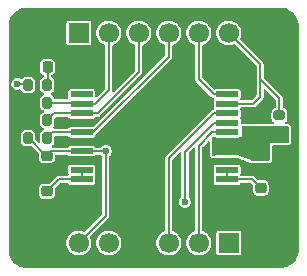
<source format=gbr>
%TF.GenerationSoftware,KiCad,Pcbnew,9.0.1*%
%TF.CreationDate,2025-06-14T19:14:14-04:00*%
%TF.ProjectId,SCH16TBreakout,53434831-3654-4427-9265-616b6f75742e,rev?*%
%TF.SameCoordinates,Original*%
%TF.FileFunction,Copper,L1,Top*%
%TF.FilePolarity,Positive*%
%FSLAX46Y46*%
G04 Gerber Fmt 4.6, Leading zero omitted, Abs format (unit mm)*
G04 Created by KiCad (PCBNEW 9.0.1) date 2025-06-14 19:14:14*
%MOMM*%
%LPD*%
G01*
G04 APERTURE LIST*
G04 Aperture macros list*
%AMRoundRect*
0 Rectangle with rounded corners*
0 $1 Rounding radius*
0 $2 $3 $4 $5 $6 $7 $8 $9 X,Y pos of 4 corners*
0 Add a 4 corners polygon primitive as box body*
4,1,4,$2,$3,$4,$5,$6,$7,$8,$9,$2,$3,0*
0 Add four circle primitives for the rounded corners*
1,1,$1+$1,$2,$3*
1,1,$1+$1,$4,$5*
1,1,$1+$1,$6,$7*
1,1,$1+$1,$8,$9*
0 Add four rect primitives between the rounded corners*
20,1,$1+$1,$2,$3,$4,$5,0*
20,1,$1+$1,$4,$5,$6,$7,0*
20,1,$1+$1,$6,$7,$8,$9,0*
20,1,$1+$1,$8,$9,$2,$3,0*%
G04 Aperture macros list end*
%TA.AperFunction,SMDPad,CuDef*%
%ADD10RoundRect,0.200000X-0.200000X-0.275000X0.200000X-0.275000X0.200000X0.275000X-0.200000X0.275000X0*%
%TD*%
%TA.AperFunction,SMDPad,CuDef*%
%ADD11RoundRect,0.200000X0.200000X0.275000X-0.200000X0.275000X-0.200000X-0.275000X0.200000X-0.275000X0*%
%TD*%
%TA.AperFunction,ComponentPad*%
%ADD12C,3.500000*%
%TD*%
%TA.AperFunction,ComponentPad*%
%ADD13R,1.700000X1.700000*%
%TD*%
%TA.AperFunction,ComponentPad*%
%ADD14C,1.700000*%
%TD*%
%TA.AperFunction,SMDPad,CuDef*%
%ADD15RoundRect,0.225000X-0.250000X0.225000X-0.250000X-0.225000X0.250000X-0.225000X0.250000X0.225000X0*%
%TD*%
%TA.AperFunction,SMDPad,CuDef*%
%ADD16RoundRect,0.200000X0.275000X-0.200000X0.275000X0.200000X-0.275000X0.200000X-0.275000X-0.200000X0*%
%TD*%
%TA.AperFunction,SMDPad,CuDef*%
%ADD17RoundRect,0.225000X0.250000X-0.225000X0.250000X0.225000X-0.250000X0.225000X-0.250000X-0.225000X0*%
%TD*%
%TA.AperFunction,SMDPad,CuDef*%
%ADD18RoundRect,0.218750X-0.218750X-0.256250X0.218750X-0.256250X0.218750X0.256250X-0.218750X0.256250X0*%
%TD*%
%TA.AperFunction,SMDPad,CuDef*%
%ADD19R,1.870000X0.500000*%
%TD*%
%TA.AperFunction,ViaPad*%
%ADD20C,0.600000*%
%TD*%
%TA.AperFunction,Conductor*%
%ADD21C,0.200000*%
%TD*%
G04 APERTURE END LIST*
D10*
%TO.P,R5,1*%
%TO.N,+3V3*%
X24900000Y-55200000D03*
%TO.P,R5,2*%
%TO.N,Net-(D1-A)*%
X26550000Y-55200000D03*
%TD*%
D11*
%TO.P,R4,1*%
%TO.N,/TA9*%
X26550000Y-56700000D03*
%TO.P,R4,2*%
%TO.N,GND*%
X24900000Y-56700000D03*
%TD*%
D12*
%TO.P,H3,1,1*%
%TO.N,GND*%
X45720000Y-50800000D03*
%TD*%
%TO.P,H2,1,1*%
%TO.N,GND*%
X45720000Y-68580000D03*
%TD*%
D10*
%TO.P,R2,1*%
%TO.N,+3V3*%
X24900000Y-59700000D03*
%TO.P,R2,2*%
%TO.N,/RST*%
X26550000Y-59700000D03*
%TD*%
D13*
%TO.P,J1,1,Pin_1*%
%TO.N,unconnected-(J1-Pin_1-Pad1)*%
X29210000Y-50800000D03*
D14*
%TO.P,J1,2,Pin_2*%
%TO.N,/TA9*%
X31750000Y-50800000D03*
%TO.P,J1,3,Pin_3*%
%TO.N,/TA8*%
X34289999Y-50800000D03*
%TO.P,J1,4,Pin_4*%
%TO.N,/RST*%
X36830000Y-50800000D03*
%TO.P,J1,5,Pin_5*%
%TO.N,/MOSI*%
X39370000Y-50800000D03*
%TO.P,J1,6,Pin_6*%
%TO.N,/~{CS}*%
X41910000Y-50800000D03*
%TD*%
D13*
%TO.P,J2,1,Pin_1*%
%TO.N,/DRY*%
X41910000Y-68580000D03*
D14*
%TO.P,J2,2,Pin_2*%
%TO.N,/MISO*%
X39370000Y-68580000D03*
%TO.P,J2,3,Pin_3*%
%TO.N,/SCK*%
X36830001Y-68580000D03*
%TO.P,J2,4,Pin_4*%
%TO.N,GND*%
X34290000Y-68580000D03*
%TO.P,J2,5,Pin_5*%
%TO.N,unconnected-(J2-Pin_5-Pad5)*%
X31750000Y-68580000D03*
%TO.P,J2,6,Pin_6*%
%TO.N,+3V3*%
X29210000Y-68580000D03*
%TD*%
D11*
%TO.P,R3,1*%
%TO.N,/TA8*%
X26550000Y-58200000D03*
%TO.P,R3,2*%
%TO.N,GND*%
X24900000Y-58200000D03*
%TD*%
D15*
%TO.P,C4,1*%
%TO.N,Net-(U1-VREGD)*%
X44610000Y-63925000D03*
%TO.P,C4,2*%
%TO.N,GND*%
X44610000Y-65475000D03*
%TD*%
D16*
%TO.P,R1,1*%
%TO.N,+3V3*%
X46200000Y-59425000D03*
%TO.P,R1,2*%
%TO.N,/~{CS}*%
X46200000Y-57775000D03*
%TD*%
D12*
%TO.P,H1,1,1*%
%TO.N,GND*%
X25400000Y-68580000D03*
%TD*%
D17*
%TO.P,C3,1*%
%TO.N,+3V3*%
X44610000Y-59375000D03*
%TO.P,C3,2*%
%TO.N,GND*%
X44610000Y-57825000D03*
%TD*%
D18*
%TO.P,D1,1,K*%
%TO.N,GND*%
X25000000Y-53700000D03*
%TO.P,D1,2,A*%
%TO.N,Net-(D1-A)*%
X26575000Y-53700000D03*
%TD*%
D15*
%TO.P,C5,1*%
%TO.N,Net-(U1-VREGA)*%
X26500000Y-64200000D03*
%TO.P,C5,2*%
%TO.N,GND*%
X26500000Y-65750000D03*
%TD*%
D12*
%TO.P,H4,1,1*%
%TO.N,GND*%
X25400000Y-50800000D03*
%TD*%
D15*
%TO.P,C2,1*%
%TO.N,+3V3*%
X26500000Y-61175000D03*
%TO.P,C2,2*%
%TO.N,GND*%
X26500000Y-62725000D03*
%TD*%
D19*
%TO.P,U1,1,HEATSINK_1*%
%TO.N,GND*%
X29445000Y-55200000D03*
%TO.P,U1,2,N.C.*%
%TO.N,unconnected-(U1-N.C.-Pad2)*%
X29445000Y-56000000D03*
%TO.P,U1,3,TA9*%
%TO.N,/TA9*%
X29445000Y-56800000D03*
%TO.P,U1,4,TA8*%
%TO.N,/TA8*%
X29445000Y-57600000D03*
%TO.P,U1,5,RESERVED_1*%
%TO.N,GND*%
X29445000Y-58400000D03*
%TO.P,U1,6,EXTRESN*%
%TO.N,/RST*%
X29445000Y-59200000D03*
%TO.P,U1,7,RESERVED_2*%
%TO.N,GND*%
X29445000Y-60000000D03*
%TO.P,U1,8,V3P3_1*%
%TO.N,+3V3*%
X29445000Y-60800000D03*
%TO.P,U1,9,GND_1*%
%TO.N,GND*%
X29445000Y-61600000D03*
%TO.P,U1,10,VREGA2*%
%TO.N,Net-(U1-VREGA)*%
X29445000Y-62400000D03*
%TO.P,U1,11,VREGA*%
X29445000Y-63200000D03*
%TO.P,U1,12,GND_2*%
%TO.N,GND*%
X29445000Y-64000000D03*
%TO.P,U1,13,GND_3*%
X41775000Y-64000000D03*
%TO.P,U1,14,VREGD2*%
%TO.N,Net-(U1-VREGD)*%
X41775000Y-63200000D03*
%TO.P,U1,15,VREGD*%
X41775000Y-62400000D03*
%TO.P,U1,16,GND_4*%
%TO.N,GND*%
X41775000Y-61600000D03*
%TO.P,U1,17,V3P3_2*%
%TO.N,+3V3*%
X41775000Y-60800000D03*
%TO.P,U1,18,VDDIO*%
X41775000Y-60000000D03*
%TO.P,U1,19,MISO*%
%TO.N,/MISO*%
X41775000Y-59200000D03*
%TO.P,U1,20,DRY_SYNC*%
%TO.N,/DRY*%
X41775000Y-58400000D03*
%TO.P,U1,21,SCK*%
%TO.N,/SCK*%
X41775000Y-57600000D03*
%TO.P,U1,22,CS*%
%TO.N,/~{CS}*%
X41775000Y-56800000D03*
%TO.P,U1,23,MOSI*%
%TO.N,/MOSI*%
X41775000Y-56000000D03*
%TO.P,U1,24,HEATSINK_2*%
%TO.N,GND*%
X41775000Y-55200000D03*
%TD*%
D15*
%TO.P,C1,1*%
%TO.N,+3V3*%
X44610000Y-60850000D03*
%TO.P,C1,2*%
%TO.N,GND*%
X44610000Y-62400000D03*
%TD*%
D20*
%TO.N,GND*%
X45400000Y-57000000D03*
X32600000Y-58400000D03*
X33300000Y-63800000D03*
X46900000Y-65900000D03*
X28800000Y-53700000D03*
X23800000Y-58000000D03*
X41800000Y-53700000D03*
X28500000Y-65400000D03*
X27600000Y-62100000D03*
%TO.N,+3V3*%
X24000000Y-55100000D03*
X31500000Y-60800000D03*
X43400000Y-60300000D03*
%TO.N,/DRY*%
X38200000Y-65100000D03*
%TD*%
D21*
%TO.N,+3V3*%
X26875000Y-60800000D02*
X26500000Y-61175000D01*
X29210000Y-68580000D02*
X31500000Y-66290000D01*
X26475000Y-61175000D02*
X26500000Y-61175000D01*
X41675000Y-60900000D02*
X41775000Y-60800000D01*
X31500000Y-66290000D02*
X31500000Y-60800000D01*
X24900000Y-59600000D02*
X26475000Y-61175000D01*
X29445000Y-60800000D02*
X31500000Y-60800000D01*
X29445000Y-60800000D02*
X26875000Y-60800000D01*
X24800000Y-55100000D02*
X24900000Y-55200000D01*
X24000000Y-55100000D02*
X24800000Y-55100000D01*
X44509999Y-60800000D02*
X44610000Y-60900001D01*
X44660000Y-59425000D02*
X44610000Y-59375000D01*
%TO.N,Net-(U1-VREGD)*%
X43885000Y-63200000D02*
X44610000Y-63925000D01*
X41775000Y-63200000D02*
X43885000Y-63200000D01*
X41775000Y-63200000D02*
X41775000Y-62400000D01*
%TO.N,Net-(U1-VREGA)*%
X27500000Y-63200000D02*
X29445000Y-63200000D01*
X26500000Y-64200000D02*
X27500000Y-63200000D01*
X29445000Y-63200000D02*
X29445000Y-62400000D01*
%TO.N,Net-(D1-A)*%
X26575000Y-53700000D02*
X26575000Y-55175000D01*
X26575000Y-55175000D02*
X26550000Y-55200000D01*
%TO.N,/~{CS}*%
X46200000Y-56340000D02*
X44560000Y-54700000D01*
X44560000Y-54700000D02*
X44560000Y-53450000D01*
X46200000Y-57775000D02*
X46200000Y-56340000D01*
X44560000Y-56200000D02*
X44560000Y-54700000D01*
X43960000Y-56800000D02*
X41775000Y-56800000D01*
X41910000Y-50800000D02*
X44560000Y-53450000D01*
X44560000Y-56200000D02*
X43960000Y-56800000D01*
%TO.N,/RST*%
X26550000Y-59600000D02*
X26950000Y-59200000D01*
X26950000Y-59200000D02*
X29445000Y-59200000D01*
X36830000Y-50800000D02*
X36830000Y-52802000D01*
X36830000Y-52802000D02*
X30432000Y-59200000D01*
X30432000Y-59200000D02*
X29445000Y-59200000D01*
X29345000Y-59300000D02*
X29445000Y-59200000D01*
%TO.N,/TA9*%
X29345000Y-56700000D02*
X29445000Y-56800000D01*
X29445000Y-56800000D02*
X30580000Y-56800000D01*
X30580000Y-56800000D02*
X31750000Y-55630000D01*
X26550000Y-56700000D02*
X29345000Y-56700000D01*
X31750000Y-55630000D02*
X31750000Y-50800000D01*
%TO.N,/TA8*%
X34289999Y-54110001D02*
X30800000Y-57600000D01*
X34289999Y-50800000D02*
X34289999Y-54110001D01*
X29445000Y-57600000D02*
X27150000Y-57600000D01*
X30800000Y-57600000D02*
X29445000Y-57600000D01*
X27150000Y-57600000D02*
X26550000Y-58200000D01*
%TO.N,/MOSI*%
X40640000Y-56000000D02*
X41775000Y-56000000D01*
X39370000Y-54730000D02*
X40640000Y-56000000D01*
X39370000Y-50800000D02*
X39370000Y-54730000D01*
%TO.N,/DRY*%
X38200000Y-65100000D02*
X38200000Y-60840000D01*
X40640000Y-58400000D02*
X41775000Y-58400000D01*
X38200000Y-60840000D02*
X40640000Y-58400000D01*
%TO.N,/SCK*%
X36830001Y-61409999D02*
X40640000Y-57600000D01*
X40640000Y-57600000D02*
X41775000Y-57600000D01*
X36830001Y-68580000D02*
X36830001Y-61409999D01*
%TO.N,/MISO*%
X39370000Y-60330000D02*
X40500000Y-59200000D01*
X39370000Y-68580000D02*
X39370000Y-60330000D01*
X40500000Y-59200000D02*
X41775000Y-59200000D01*
%TD*%
%TA.AperFunction,Conductor*%
%TO.N,+3V3*%
G36*
X46959191Y-58718907D02*
G01*
X46995155Y-58768407D01*
X47000000Y-58799000D01*
X47000000Y-60001000D01*
X46981093Y-60059191D01*
X46931593Y-60095155D01*
X46901000Y-60100000D01*
X45400000Y-60100000D01*
X45400000Y-60100001D01*
X45400000Y-61501000D01*
X45381093Y-61559191D01*
X45331593Y-61595155D01*
X45301000Y-61600000D01*
X43819065Y-61600000D01*
X43782297Y-61592919D01*
X42897978Y-61239191D01*
X42862971Y-61210814D01*
X42861445Y-61212341D01*
X42854551Y-61205447D01*
X42788233Y-61161134D01*
X42788231Y-61161133D01*
X42788228Y-61161132D01*
X42788227Y-61161132D01*
X42729758Y-61149501D01*
X42729748Y-61149500D01*
X40820252Y-61149500D01*
X40820251Y-61149500D01*
X40820241Y-61149501D01*
X40761772Y-61161132D01*
X40761770Y-61161132D01*
X40761769Y-61161133D01*
X40761767Y-61161133D01*
X40761765Y-61161135D01*
X40728571Y-61183315D01*
X40673569Y-61200000D01*
X40599000Y-61200000D01*
X40540809Y-61181093D01*
X40504845Y-61131593D01*
X40500000Y-61101000D01*
X40500000Y-59699000D01*
X40518907Y-59640809D01*
X40568407Y-59604845D01*
X40599000Y-59600000D01*
X40673569Y-59600000D01*
X40728571Y-59616685D01*
X40749482Y-59630656D01*
X40761769Y-59638867D01*
X40806231Y-59647711D01*
X40820241Y-59650498D01*
X40820246Y-59650498D01*
X40820252Y-59650500D01*
X40820253Y-59650500D01*
X42729747Y-59650500D01*
X42729748Y-59650500D01*
X42788231Y-59638867D01*
X42809517Y-59624643D01*
X42821429Y-59616685D01*
X42876431Y-59600000D01*
X42999999Y-59600000D01*
X43000000Y-59600000D01*
X43000000Y-58799000D01*
X43018907Y-58740809D01*
X43068407Y-58704845D01*
X43099000Y-58700000D01*
X46901000Y-58700000D01*
X46959191Y-58718907D01*
G37*
%TD.AperFunction*%
%TD*%
%TA.AperFunction,Conductor*%
%TO.N,GND*%
G36*
X45029504Y-55594475D02*
G01*
X45870504Y-56435475D01*
X45898281Y-56489992D01*
X45899500Y-56505479D01*
X45899500Y-57088992D01*
X45880593Y-57147183D01*
X45831093Y-57183147D01*
X45815987Y-57186773D01*
X45799699Y-57189352D01*
X45799695Y-57189354D01*
X45686659Y-57246949D01*
X45596949Y-57336659D01*
X45539354Y-57449695D01*
X45524500Y-57543477D01*
X45524500Y-58006520D01*
X45524501Y-58006523D01*
X45539352Y-58100299D01*
X45539354Y-58100304D01*
X45596950Y-58213342D01*
X45686658Y-58303050D01*
X45686660Y-58303051D01*
X45694981Y-58307291D01*
X45738246Y-58350555D01*
X45747817Y-58410987D01*
X45720039Y-58465504D01*
X45665523Y-58493281D01*
X45650036Y-58494500D01*
X43099000Y-58494500D01*
X43066856Y-58497030D01*
X43036273Y-58501873D01*
X43026075Y-58503605D01*
X42965540Y-58494707D01*
X42921796Y-58451927D01*
X42910500Y-58406002D01*
X42910500Y-58130253D01*
X42910498Y-58130241D01*
X42904383Y-58099500D01*
X42898867Y-58071769D01*
X42887663Y-58055002D01*
X42871054Y-57996115D01*
X42887664Y-57944997D01*
X42898867Y-57928231D01*
X42910500Y-57869748D01*
X42910500Y-57330252D01*
X42898867Y-57271769D01*
X42887663Y-57255002D01*
X42880345Y-57229056D01*
X42871050Y-57203762D01*
X42872132Y-57199940D01*
X42871054Y-57196115D01*
X42887732Y-57144895D01*
X42888067Y-57144395D01*
X42936164Y-57106576D01*
X42970313Y-57100500D01*
X43999563Y-57100500D01*
X43999563Y-57100499D01*
X44075989Y-57080021D01*
X44144511Y-57040460D01*
X44200460Y-56984511D01*
X44800460Y-56384511D01*
X44813957Y-56361133D01*
X44840021Y-56315989D01*
X44860500Y-56239562D01*
X44860500Y-55664479D01*
X44879407Y-55606288D01*
X44928907Y-55570324D01*
X44990093Y-55570324D01*
X45029504Y-55594475D01*
G37*
%TD.AperFunction*%
%TA.AperFunction,Conductor*%
G36*
X46263522Y-48660752D02*
G01*
X46290016Y-48662646D01*
X46480577Y-48676276D01*
X46494540Y-48678283D01*
X46703721Y-48723788D01*
X46717261Y-48727764D01*
X46917833Y-48802574D01*
X46930659Y-48808431D01*
X47118545Y-48911024D01*
X47130417Y-48918654D01*
X47301781Y-49046936D01*
X47312456Y-49056185D01*
X47463814Y-49207543D01*
X47473063Y-49218218D01*
X47601345Y-49389582D01*
X47608977Y-49401458D01*
X47711565Y-49589334D01*
X47717429Y-49602174D01*
X47792233Y-49802731D01*
X47796213Y-49816284D01*
X47841714Y-50025449D01*
X47843724Y-50039430D01*
X47859248Y-50256476D01*
X47859500Y-50263539D01*
X47859500Y-69116460D01*
X47859248Y-69123523D01*
X47843724Y-69340569D01*
X47841714Y-69354550D01*
X47796213Y-69563715D01*
X47792233Y-69577268D01*
X47717429Y-69777825D01*
X47711561Y-69790674D01*
X47608982Y-69978534D01*
X47601345Y-69990417D01*
X47473063Y-70161781D01*
X47463814Y-70172456D01*
X47312456Y-70323814D01*
X47301781Y-70333063D01*
X47130417Y-70461345D01*
X47118534Y-70468982D01*
X46930674Y-70571561D01*
X46917825Y-70577429D01*
X46717268Y-70652233D01*
X46703715Y-70656213D01*
X46494550Y-70701714D01*
X46480569Y-70703724D01*
X46263523Y-70719248D01*
X46256460Y-70719500D01*
X24863540Y-70719500D01*
X24856477Y-70719248D01*
X24639430Y-70703724D01*
X24625449Y-70701714D01*
X24416284Y-70656213D01*
X24402731Y-70652233D01*
X24202174Y-70577429D01*
X24189334Y-70571565D01*
X24001458Y-70468977D01*
X23989582Y-70461345D01*
X23818218Y-70333063D01*
X23807543Y-70323814D01*
X23656185Y-70172456D01*
X23646936Y-70161781D01*
X23518654Y-69990417D01*
X23511024Y-69978545D01*
X23408431Y-69790659D01*
X23402574Y-69777833D01*
X23327764Y-69577261D01*
X23323788Y-69563721D01*
X23278283Y-69354540D01*
X23276276Y-69340577D01*
X23260752Y-69123522D01*
X23260500Y-69116460D01*
X23260500Y-63941510D01*
X25824500Y-63941510D01*
X25824500Y-64458489D01*
X25840281Y-64558125D01*
X25840283Y-64558132D01*
X25901470Y-64678217D01*
X25901472Y-64678220D01*
X25996780Y-64773528D01*
X25996782Y-64773529D01*
X26116867Y-64834716D01*
X26116869Y-64834716D01*
X26116874Y-64834719D01*
X26192541Y-64846703D01*
X26216510Y-64850500D01*
X26216512Y-64850500D01*
X26783490Y-64850500D01*
X26804885Y-64847111D01*
X26883126Y-64834719D01*
X27003220Y-64773528D01*
X27098528Y-64678220D01*
X27159719Y-64558126D01*
X27175500Y-64458488D01*
X27175500Y-63990479D01*
X27194407Y-63932288D01*
X27204496Y-63920475D01*
X27595475Y-63529496D01*
X27649992Y-63501719D01*
X27665479Y-63500500D01*
X28249687Y-63500500D01*
X28307878Y-63519407D01*
X28332002Y-63544498D01*
X28365445Y-63594548D01*
X28365448Y-63594552D01*
X28431769Y-63638867D01*
X28464990Y-63645475D01*
X28490241Y-63650498D01*
X28490246Y-63650498D01*
X28490252Y-63650500D01*
X28490253Y-63650500D01*
X30399747Y-63650500D01*
X30399748Y-63650500D01*
X30458231Y-63638867D01*
X30524552Y-63594552D01*
X30568867Y-63528231D01*
X30580500Y-63469748D01*
X30580500Y-62930252D01*
X30568867Y-62871769D01*
X30557663Y-62855001D01*
X30541054Y-62796115D01*
X30557664Y-62744997D01*
X30568867Y-62728231D01*
X30580500Y-62669748D01*
X30580500Y-62130252D01*
X30568867Y-62071769D01*
X30524552Y-62005448D01*
X30524548Y-62005445D01*
X30458233Y-61961134D01*
X30458231Y-61961133D01*
X30458228Y-61961132D01*
X30458227Y-61961132D01*
X30399758Y-61949501D01*
X30399748Y-61949500D01*
X28490252Y-61949500D01*
X28490251Y-61949500D01*
X28490241Y-61949501D01*
X28431772Y-61961132D01*
X28431766Y-61961134D01*
X28365451Y-62005445D01*
X28365445Y-62005451D01*
X28321134Y-62071766D01*
X28321132Y-62071772D01*
X28309501Y-62130241D01*
X28309500Y-62130253D01*
X28309500Y-62669746D01*
X28309501Y-62669758D01*
X28321132Y-62728227D01*
X28321133Y-62728231D01*
X28321134Y-62728232D01*
X28332337Y-62744999D01*
X28339636Y-62770880D01*
X28348944Y-62796101D01*
X28347846Y-62799993D01*
X28348945Y-62803887D01*
X28332343Y-62854991D01*
X28332009Y-62855491D01*
X28283964Y-62893377D01*
X28249687Y-62899500D01*
X27539562Y-62899500D01*
X27460438Y-62899500D01*
X27413661Y-62912033D01*
X27384007Y-62919979D01*
X27315493Y-62959536D01*
X26754525Y-63520504D01*
X26700008Y-63548281D01*
X26684521Y-63549500D01*
X26216510Y-63549500D01*
X26116874Y-63565281D01*
X26116867Y-63565283D01*
X25996782Y-63626470D01*
X25901470Y-63721782D01*
X25840283Y-63841867D01*
X25840281Y-63841874D01*
X25824500Y-63941510D01*
X23260500Y-63941510D01*
X23260500Y-59393477D01*
X24299500Y-59393477D01*
X24299500Y-60006520D01*
X24299501Y-60006523D01*
X24314352Y-60100299D01*
X24314354Y-60100304D01*
X24371950Y-60213342D01*
X24461658Y-60303050D01*
X24574696Y-60360646D01*
X24668481Y-60375500D01*
X25131518Y-60375499D01*
X25184434Y-60367118D01*
X25244864Y-60376689D01*
X25269924Y-60394895D01*
X25795504Y-60920475D01*
X25823281Y-60974992D01*
X25824500Y-60990479D01*
X25824500Y-61433489D01*
X25840281Y-61533125D01*
X25840283Y-61533132D01*
X25901470Y-61653217D01*
X25901472Y-61653220D01*
X25996780Y-61748528D01*
X25996782Y-61748529D01*
X26116867Y-61809716D01*
X26116869Y-61809716D01*
X26116874Y-61809719D01*
X26192541Y-61821703D01*
X26216510Y-61825500D01*
X26216512Y-61825500D01*
X26783490Y-61825500D01*
X26804885Y-61822111D01*
X26883126Y-61809719D01*
X27003220Y-61748528D01*
X27098528Y-61653220D01*
X27159719Y-61533126D01*
X27175500Y-61433488D01*
X27175500Y-61199500D01*
X27194407Y-61141309D01*
X27243907Y-61105345D01*
X27274500Y-61100500D01*
X28249687Y-61100500D01*
X28307878Y-61119407D01*
X28332002Y-61144498D01*
X28354600Y-61178317D01*
X28365448Y-61194552D01*
X28431769Y-61238867D01*
X28476231Y-61247711D01*
X28490241Y-61250498D01*
X28490246Y-61250498D01*
X28490252Y-61250500D01*
X28490253Y-61250500D01*
X30399747Y-61250500D01*
X30399748Y-61250500D01*
X30458231Y-61238867D01*
X30524552Y-61194552D01*
X30557998Y-61144498D01*
X30606049Y-61106619D01*
X30640313Y-61100500D01*
X31051679Y-61100500D01*
X31059276Y-61102968D01*
X31067166Y-61101719D01*
X31087821Y-61112243D01*
X31109870Y-61119407D01*
X31121676Y-61129490D01*
X31170505Y-61178319D01*
X31198281Y-61232834D01*
X31199500Y-61248321D01*
X31199500Y-66124520D01*
X31180593Y-66182711D01*
X31170504Y-66194524D01*
X29760292Y-67604736D01*
X29705775Y-67632513D01*
X29652402Y-67626196D01*
X29516418Y-67569869D01*
X29313467Y-67529500D01*
X29313465Y-67529500D01*
X29106535Y-67529500D01*
X29106532Y-67529500D01*
X28903581Y-67569869D01*
X28712402Y-67649058D01*
X28540348Y-67764020D01*
X28394020Y-67910348D01*
X28279058Y-68082402D01*
X28199869Y-68273581D01*
X28159500Y-68476532D01*
X28159500Y-68683467D01*
X28199869Y-68886418D01*
X28279058Y-69077597D01*
X28307391Y-69120000D01*
X28394023Y-69249655D01*
X28540345Y-69395977D01*
X28712402Y-69510941D01*
X28903580Y-69590130D01*
X29106535Y-69630500D01*
X29106536Y-69630500D01*
X29313464Y-69630500D01*
X29313465Y-69630500D01*
X29516420Y-69590130D01*
X29707598Y-69510941D01*
X29879655Y-69395977D01*
X30025977Y-69249655D01*
X30140941Y-69077598D01*
X30220130Y-68886420D01*
X30260500Y-68683465D01*
X30260500Y-68476535D01*
X30260499Y-68476532D01*
X30699500Y-68476532D01*
X30699500Y-68683467D01*
X30739869Y-68886418D01*
X30819058Y-69077597D01*
X30847391Y-69120000D01*
X30934023Y-69249655D01*
X31080345Y-69395977D01*
X31252402Y-69510941D01*
X31443580Y-69590130D01*
X31646535Y-69630500D01*
X31646536Y-69630500D01*
X31853464Y-69630500D01*
X31853465Y-69630500D01*
X32056420Y-69590130D01*
X32247598Y-69510941D01*
X32419655Y-69395977D01*
X32565977Y-69249655D01*
X32680941Y-69077598D01*
X32760130Y-68886420D01*
X32800500Y-68683465D01*
X32800500Y-68476535D01*
X32800499Y-68476532D01*
X35779501Y-68476532D01*
X35779501Y-68683467D01*
X35819870Y-68886418D01*
X35899059Y-69077597D01*
X35927392Y-69120000D01*
X36014024Y-69249655D01*
X36160346Y-69395977D01*
X36332403Y-69510941D01*
X36523581Y-69590130D01*
X36726536Y-69630500D01*
X36726537Y-69630500D01*
X36933465Y-69630500D01*
X36933466Y-69630500D01*
X37136421Y-69590130D01*
X37327599Y-69510941D01*
X37499656Y-69395977D01*
X37645978Y-69249655D01*
X37760942Y-69077598D01*
X37840131Y-68886420D01*
X37880501Y-68683465D01*
X37880501Y-68476535D01*
X37840131Y-68273580D01*
X37760942Y-68082402D01*
X37645978Y-67910345D01*
X37499656Y-67764023D01*
X37419181Y-67710252D01*
X37327599Y-67649059D01*
X37191614Y-67592731D01*
X37145089Y-67552994D01*
X37130501Y-67501267D01*
X37130501Y-61575477D01*
X37149408Y-61517286D01*
X37159491Y-61505479D01*
X37730496Y-60934473D01*
X37785013Y-60906697D01*
X37845445Y-60916268D01*
X37888710Y-60959533D01*
X37899500Y-61004478D01*
X37899500Y-64651679D01*
X37880593Y-64709870D01*
X37870509Y-64721676D01*
X37818658Y-64773528D01*
X37799497Y-64792689D01*
X37799496Y-64792690D01*
X37733609Y-64906809D01*
X37733608Y-64906814D01*
X37699500Y-65034108D01*
X37699500Y-65165892D01*
X37729579Y-65278151D01*
X37733609Y-65293190D01*
X37799496Y-65407309D01*
X37799498Y-65407311D01*
X37799500Y-65407314D01*
X37892686Y-65500500D01*
X37892688Y-65500501D01*
X37892690Y-65500503D01*
X38006810Y-65566390D01*
X38006808Y-65566390D01*
X38006812Y-65566391D01*
X38006814Y-65566392D01*
X38134108Y-65600500D01*
X38134110Y-65600500D01*
X38265890Y-65600500D01*
X38265892Y-65600500D01*
X38393186Y-65566392D01*
X38393188Y-65566390D01*
X38393190Y-65566390D01*
X38507309Y-65500503D01*
X38507309Y-65500502D01*
X38507314Y-65500500D01*
X38600500Y-65407314D01*
X38666392Y-65293186D01*
X38700500Y-65165892D01*
X38700500Y-65034108D01*
X38666392Y-64906814D01*
X38666390Y-64906811D01*
X38666390Y-64906809D01*
X38600503Y-64792690D01*
X38600501Y-64792688D01*
X38600500Y-64792686D01*
X38529494Y-64721680D01*
X38501719Y-64667166D01*
X38500500Y-64651679D01*
X38500500Y-61005479D01*
X38519407Y-60947288D01*
X38529496Y-60935475D01*
X38900496Y-60564475D01*
X38955013Y-60536698D01*
X39015445Y-60546269D01*
X39058710Y-60589534D01*
X39069500Y-60634479D01*
X39069500Y-67501267D01*
X39050593Y-67559458D01*
X39008387Y-67592731D01*
X38872401Y-67649059D01*
X38700348Y-67764020D01*
X38554020Y-67910348D01*
X38439058Y-68082402D01*
X38359869Y-68273581D01*
X38319500Y-68476532D01*
X38319500Y-68683467D01*
X38359869Y-68886418D01*
X38439058Y-69077597D01*
X38467391Y-69120000D01*
X38554023Y-69249655D01*
X38700345Y-69395977D01*
X38872402Y-69510941D01*
X39063580Y-69590130D01*
X39266535Y-69630500D01*
X39266536Y-69630500D01*
X39473464Y-69630500D01*
X39473465Y-69630500D01*
X39676420Y-69590130D01*
X39867598Y-69510941D01*
X40039655Y-69395977D01*
X40185977Y-69249655D01*
X40300941Y-69077598D01*
X40380130Y-68886420D01*
X40420500Y-68683465D01*
X40420500Y-68476535D01*
X40380130Y-68273580D01*
X40300941Y-68082402D01*
X40185977Y-67910345D01*
X40039655Y-67764023D01*
X39959181Y-67710253D01*
X40859500Y-67710253D01*
X40859500Y-69449746D01*
X40859501Y-69449758D01*
X40871132Y-69508227D01*
X40871134Y-69508233D01*
X40908207Y-69563715D01*
X40915448Y-69574552D01*
X40981769Y-69618867D01*
X41026231Y-69627711D01*
X41040241Y-69630498D01*
X41040246Y-69630498D01*
X41040252Y-69630500D01*
X41040253Y-69630500D01*
X42779747Y-69630500D01*
X42779748Y-69630500D01*
X42838231Y-69618867D01*
X42904552Y-69574552D01*
X42948867Y-69508231D01*
X42960500Y-69449748D01*
X42960500Y-67710252D01*
X42948867Y-67651769D01*
X42904552Y-67585448D01*
X42904548Y-67585445D01*
X42838233Y-67541134D01*
X42838231Y-67541133D01*
X42838228Y-67541132D01*
X42838227Y-67541132D01*
X42779758Y-67529501D01*
X42779748Y-67529500D01*
X41040252Y-67529500D01*
X41040251Y-67529500D01*
X41040241Y-67529501D01*
X40981772Y-67541132D01*
X40981766Y-67541134D01*
X40915451Y-67585445D01*
X40915445Y-67585451D01*
X40871134Y-67651766D01*
X40871132Y-67651772D01*
X40859501Y-67710241D01*
X40859500Y-67710253D01*
X39959181Y-67710253D01*
X39959180Y-67710252D01*
X39867598Y-67649059D01*
X39731613Y-67592731D01*
X39685088Y-67552994D01*
X39670500Y-67501267D01*
X39670500Y-62130253D01*
X40639500Y-62130253D01*
X40639500Y-62669746D01*
X40639501Y-62669758D01*
X40651132Y-62728227D01*
X40651133Y-62728231D01*
X40651134Y-62728232D01*
X40662337Y-62744999D01*
X40678945Y-62803887D01*
X40662337Y-62855001D01*
X40651134Y-62871767D01*
X40651132Y-62871772D01*
X40639501Y-62930241D01*
X40639500Y-62930250D01*
X40639500Y-63469746D01*
X40639501Y-63469758D01*
X40651132Y-63528227D01*
X40651134Y-63528233D01*
X40676949Y-63566867D01*
X40695448Y-63594552D01*
X40761769Y-63638867D01*
X40794990Y-63645475D01*
X40820241Y-63650498D01*
X40820246Y-63650498D01*
X40820252Y-63650500D01*
X40820253Y-63650500D01*
X42729747Y-63650500D01*
X42729748Y-63650500D01*
X42788231Y-63638867D01*
X42854552Y-63594552D01*
X42874780Y-63564278D01*
X42887998Y-63544498D01*
X42936049Y-63506619D01*
X42970313Y-63500500D01*
X43719521Y-63500500D01*
X43727118Y-63502968D01*
X43735008Y-63501719D01*
X43755663Y-63512243D01*
X43777712Y-63519407D01*
X43789525Y-63529496D01*
X43905504Y-63645475D01*
X43933281Y-63699992D01*
X43934500Y-63715479D01*
X43934500Y-64183489D01*
X43950281Y-64283125D01*
X43950283Y-64283132D01*
X44011470Y-64403217D01*
X44011472Y-64403220D01*
X44106780Y-64498528D01*
X44106782Y-64498529D01*
X44226867Y-64559716D01*
X44226869Y-64559716D01*
X44226874Y-64559719D01*
X44302541Y-64571703D01*
X44326510Y-64575500D01*
X44326512Y-64575500D01*
X44893490Y-64575500D01*
X44914885Y-64572111D01*
X44993126Y-64559719D01*
X44996253Y-64558126D01*
X45004849Y-64553745D01*
X45113220Y-64498528D01*
X45208528Y-64403220D01*
X45269719Y-64283126D01*
X45285500Y-64183488D01*
X45285500Y-63666512D01*
X45269719Y-63566874D01*
X45269716Y-63566869D01*
X45269716Y-63566867D01*
X45208529Y-63446782D01*
X45208528Y-63446780D01*
X45113220Y-63351472D01*
X45113217Y-63351470D01*
X44993132Y-63290283D01*
X44993127Y-63290281D01*
X44993126Y-63290281D01*
X44959913Y-63285020D01*
X44893490Y-63274500D01*
X44893488Y-63274500D01*
X44425479Y-63274500D01*
X44367288Y-63255593D01*
X44355476Y-63245504D01*
X44069513Y-62959542D01*
X44069511Y-62959540D01*
X44018782Y-62930252D01*
X44018763Y-62930241D01*
X44000990Y-62919979D01*
X44000988Y-62919978D01*
X43924564Y-62899500D01*
X43924562Y-62899500D01*
X42970313Y-62899500D01*
X42953660Y-62894089D01*
X42936164Y-62893424D01*
X42925285Y-62884869D01*
X42912122Y-62880593D01*
X42888067Y-62855605D01*
X42887732Y-62855105D01*
X42871050Y-62796238D01*
X42887664Y-62744997D01*
X42898867Y-62728231D01*
X42910500Y-62669748D01*
X42910500Y-62130252D01*
X42898867Y-62071769D01*
X42854552Y-62005448D01*
X42854548Y-62005445D01*
X42788233Y-61961134D01*
X42788231Y-61961133D01*
X42788228Y-61961132D01*
X42788227Y-61961132D01*
X42729758Y-61949501D01*
X42729748Y-61949500D01*
X40820252Y-61949500D01*
X40820251Y-61949500D01*
X40820241Y-61949501D01*
X40761772Y-61961132D01*
X40761766Y-61961134D01*
X40695451Y-62005445D01*
X40695445Y-62005451D01*
X40651134Y-62071766D01*
X40651132Y-62071772D01*
X40639501Y-62130241D01*
X40639500Y-62130253D01*
X39670500Y-62130253D01*
X39670500Y-60495479D01*
X39689407Y-60437288D01*
X39699496Y-60425475D01*
X40125496Y-59999475D01*
X40180013Y-59971698D01*
X40240445Y-59981269D01*
X40283710Y-60024534D01*
X40294500Y-60069479D01*
X40294500Y-61101000D01*
X40294997Y-61107309D01*
X40297030Y-61133143D01*
X40301883Y-61163793D01*
X40302646Y-61168281D01*
X40302647Y-61168286D01*
X40338591Y-61252382D01*
X40338592Y-61252383D01*
X40374556Y-61301883D01*
X40398797Y-61329628D01*
X40477307Y-61376536D01*
X40535498Y-61395443D01*
X40543126Y-61396651D01*
X40598996Y-61405500D01*
X40599000Y-61405500D01*
X40673573Y-61405500D01*
X40703396Y-61401075D01*
X40733224Y-61396651D01*
X40788226Y-61379966D01*
X40820913Y-61364505D01*
X40863241Y-61355000D01*
X42678176Y-61355000D01*
X42679372Y-61355388D01*
X42680579Y-61355029D01*
X42700048Y-61362106D01*
X42736367Y-61373907D01*
X42738293Y-61375343D01*
X42739102Y-61375961D01*
X42752169Y-61386379D01*
X42753206Y-61386741D01*
X42760028Y-61391955D01*
X42760353Y-61392427D01*
X42762251Y-61393705D01*
X42768573Y-61398830D01*
X42821657Y-61429993D01*
X42821662Y-61429995D01*
X42821666Y-61429997D01*
X43705971Y-61783719D01*
X43705976Y-61783721D01*
X43743435Y-61794711D01*
X43743439Y-61794711D01*
X43743440Y-61794712D01*
X43780201Y-61801792D01*
X43780211Y-61801793D01*
X43819053Y-61805499D01*
X43819059Y-61805499D01*
X43819065Y-61805500D01*
X43819067Y-61805500D01*
X45300993Y-61805500D01*
X45301000Y-61805500D01*
X45333144Y-61802970D01*
X45363737Y-61798125D01*
X45363748Y-61798123D01*
X45363793Y-61798116D01*
X45368281Y-61797353D01*
X45368280Y-61797353D01*
X45368287Y-61797352D01*
X45452383Y-61761408D01*
X45501883Y-61725444D01*
X45529628Y-61701203D01*
X45576536Y-61622693D01*
X45595443Y-61564502D01*
X45605500Y-61501000D01*
X45605500Y-60404500D01*
X45624407Y-60346309D01*
X45673907Y-60310345D01*
X45704500Y-60305500D01*
X46900993Y-60305500D01*
X46901000Y-60305500D01*
X46933144Y-60302970D01*
X46963737Y-60298125D01*
X46963748Y-60298123D01*
X46963793Y-60298116D01*
X46968281Y-60297353D01*
X46968280Y-60297353D01*
X46968287Y-60297352D01*
X47052383Y-60261408D01*
X47101883Y-60225444D01*
X47129628Y-60201203D01*
X47176536Y-60122693D01*
X47195443Y-60064502D01*
X47201773Y-60024534D01*
X47205500Y-60001003D01*
X47205500Y-58799006D01*
X47205500Y-58799000D01*
X47202970Y-58766856D01*
X47198125Y-58736263D01*
X47198116Y-58736206D01*
X47197353Y-58731718D01*
X47197352Y-58731713D01*
X47161408Y-58647617D01*
X47125444Y-58598117D01*
X47101203Y-58570372D01*
X47022693Y-58523464D01*
X47022691Y-58523463D01*
X47022689Y-58523462D01*
X46964499Y-58504556D01*
X46964500Y-58504556D01*
X46901003Y-58494500D01*
X46901000Y-58494500D01*
X46749964Y-58494500D01*
X46691773Y-58475593D01*
X46655809Y-58426093D01*
X46655809Y-58364907D01*
X46691773Y-58315407D01*
X46705019Y-58307291D01*
X46707305Y-58306125D01*
X46713342Y-58303050D01*
X46803050Y-58213342D01*
X46860646Y-58100304D01*
X46875500Y-58006519D01*
X46875499Y-57543482D01*
X46860646Y-57449696D01*
X46803050Y-57336658D01*
X46713342Y-57246950D01*
X46600304Y-57189354D01*
X46600306Y-57189354D01*
X46584010Y-57186773D01*
X46529494Y-57158993D01*
X46501718Y-57104476D01*
X46500500Y-57088992D01*
X46500500Y-56300437D01*
X46500499Y-56300435D01*
X46484188Y-56239564D01*
X46480021Y-56224011D01*
X46440460Y-56155489D01*
X46420491Y-56135520D01*
X46384511Y-56099539D01*
X46384511Y-56099540D01*
X44889496Y-54604525D01*
X44861719Y-54550008D01*
X44860500Y-54534521D01*
X44860500Y-53410437D01*
X44860499Y-53410435D01*
X44840021Y-53334011D01*
X44840019Y-53334007D01*
X44800460Y-53265489D01*
X44744511Y-53209539D01*
X44744511Y-53209540D01*
X42885263Y-51350292D01*
X42857486Y-51295775D01*
X42863802Y-51242405D01*
X42920130Y-51106420D01*
X42960500Y-50903465D01*
X42960500Y-50696535D01*
X42920130Y-50493580D01*
X42840941Y-50302402D01*
X42725977Y-50130345D01*
X42579655Y-49984023D01*
X42499182Y-49930253D01*
X42407597Y-49869058D01*
X42216418Y-49789869D01*
X42013467Y-49749500D01*
X42013465Y-49749500D01*
X41806535Y-49749500D01*
X41806532Y-49749500D01*
X41603581Y-49789869D01*
X41412402Y-49869058D01*
X41240348Y-49984020D01*
X41094020Y-50130348D01*
X40979058Y-50302402D01*
X40899869Y-50493581D01*
X40859500Y-50696532D01*
X40859500Y-50903467D01*
X40899869Y-51106418D01*
X40979058Y-51297597D01*
X41094020Y-51469651D01*
X41094023Y-51469655D01*
X41240345Y-51615977D01*
X41412402Y-51730941D01*
X41603580Y-51810130D01*
X41806535Y-51850500D01*
X41806536Y-51850500D01*
X42013464Y-51850500D01*
X42013465Y-51850500D01*
X42216420Y-51810130D01*
X42352405Y-51753802D01*
X42413399Y-51749002D01*
X42460292Y-51775263D01*
X44230504Y-53545475D01*
X44258281Y-53599992D01*
X44259500Y-53615479D01*
X44259500Y-56034521D01*
X44240593Y-56092712D01*
X44230504Y-56104525D01*
X43864525Y-56470504D01*
X43810008Y-56498281D01*
X43794521Y-56499500D01*
X42970313Y-56499500D01*
X42953660Y-56494089D01*
X42936164Y-56493424D01*
X42925285Y-56484869D01*
X42912122Y-56480593D01*
X42888067Y-56455605D01*
X42887732Y-56455105D01*
X42871050Y-56396238D01*
X42887664Y-56344997D01*
X42889702Y-56341947D01*
X42898867Y-56328231D01*
X42910500Y-56269748D01*
X42910500Y-55730252D01*
X42898867Y-55671769D01*
X42854552Y-55605448D01*
X42846854Y-55600304D01*
X42788233Y-55561134D01*
X42788231Y-55561133D01*
X42788228Y-55561132D01*
X42788227Y-55561132D01*
X42729758Y-55549501D01*
X42729748Y-55549500D01*
X40820252Y-55549500D01*
X40820251Y-55549500D01*
X40820241Y-55549501D01*
X40761772Y-55561132D01*
X40761767Y-55561134D01*
X40747997Y-55570335D01*
X40689108Y-55586942D01*
X40631705Y-55565763D01*
X40622993Y-55558022D01*
X39699496Y-54634525D01*
X39671719Y-54580008D01*
X39670500Y-54564521D01*
X39670500Y-51878731D01*
X39689407Y-51820540D01*
X39731614Y-51787267D01*
X39867598Y-51730941D01*
X40039655Y-51615977D01*
X40185977Y-51469655D01*
X40300941Y-51297598D01*
X40380130Y-51106420D01*
X40420500Y-50903465D01*
X40420500Y-50696535D01*
X40380130Y-50493580D01*
X40300941Y-50302402D01*
X40185977Y-50130345D01*
X40039655Y-49984023D01*
X39959182Y-49930253D01*
X39867597Y-49869058D01*
X39676418Y-49789869D01*
X39473467Y-49749500D01*
X39473465Y-49749500D01*
X39266535Y-49749500D01*
X39266532Y-49749500D01*
X39063581Y-49789869D01*
X38872402Y-49869058D01*
X38700348Y-49984020D01*
X38554020Y-50130348D01*
X38439058Y-50302402D01*
X38359869Y-50493581D01*
X38319500Y-50696532D01*
X38319500Y-50903467D01*
X38359869Y-51106418D01*
X38439058Y-51297597D01*
X38554020Y-51469651D01*
X38554023Y-51469655D01*
X38700345Y-51615977D01*
X38872402Y-51730941D01*
X39008385Y-51787267D01*
X39054911Y-51827003D01*
X39069500Y-51878731D01*
X39069500Y-54769564D01*
X39089978Y-54845987D01*
X39117399Y-54893482D01*
X39117398Y-54893482D01*
X39125093Y-54906809D01*
X39129540Y-54914511D01*
X40399540Y-56184511D01*
X40399539Y-56184511D01*
X40455489Y-56240460D01*
X40524005Y-56280018D01*
X40524006Y-56280018D01*
X40524011Y-56280021D01*
X40600438Y-56300500D01*
X40600441Y-56300500D01*
X40603628Y-56301354D01*
X40607574Y-56303917D01*
X40612275Y-56304102D01*
X40632905Y-56320367D01*
X40654942Y-56334679D01*
X40660322Y-56341984D01*
X40662339Y-56345003D01*
X40678944Y-56403892D01*
X40662337Y-56455001D01*
X40651134Y-56471767D01*
X40651132Y-56471772D01*
X40639501Y-56530241D01*
X40639500Y-56530253D01*
X40639500Y-57069746D01*
X40639501Y-57069758D01*
X40651132Y-57128227D01*
X40651133Y-57128231D01*
X40651134Y-57128232D01*
X40662337Y-57144999D01*
X40669638Y-57170887D01*
X40678945Y-57196123D01*
X40677849Y-57200004D01*
X40678945Y-57203887D01*
X40662333Y-57255003D01*
X40662331Y-57255010D01*
X40660314Y-57258028D01*
X40612260Y-57295902D01*
X40603629Y-57298644D01*
X40524009Y-57319979D01*
X40524007Y-57319980D01*
X40455491Y-57359538D01*
X36645490Y-61169539D01*
X36645489Y-61169538D01*
X36589540Y-61225488D01*
X36549981Y-61294006D01*
X36549979Y-61294010D01*
X36529501Y-61370434D01*
X36529501Y-67501267D01*
X36510594Y-67559458D01*
X36468388Y-67592731D01*
X36332402Y-67649059D01*
X36160349Y-67764020D01*
X36014021Y-67910348D01*
X35899059Y-68082402D01*
X35819870Y-68273581D01*
X35779501Y-68476532D01*
X32800499Y-68476532D01*
X32760130Y-68273580D01*
X32680941Y-68082402D01*
X32565977Y-67910345D01*
X32419655Y-67764023D01*
X32339182Y-67710253D01*
X32247597Y-67649058D01*
X32056418Y-67569869D01*
X31853467Y-67529500D01*
X31853465Y-67529500D01*
X31646535Y-67529500D01*
X31646532Y-67529500D01*
X31443581Y-67569869D01*
X31252402Y-67649058D01*
X31080348Y-67764020D01*
X30934020Y-67910348D01*
X30819058Y-68082402D01*
X30739869Y-68273581D01*
X30699500Y-68476532D01*
X30260499Y-68476532D01*
X30220130Y-68273580D01*
X30163802Y-68137595D01*
X30159002Y-68076599D01*
X30185261Y-68029708D01*
X31740460Y-66474511D01*
X31780021Y-66405989D01*
X31800500Y-66329562D01*
X31800500Y-61248321D01*
X31819407Y-61190130D01*
X31829490Y-61178323D01*
X31900500Y-61107314D01*
X31903730Y-61101719D01*
X31966390Y-60993190D01*
X31966390Y-60993188D01*
X31966392Y-60993186D01*
X32000500Y-60865892D01*
X32000500Y-60734108D01*
X31966392Y-60606814D01*
X31966390Y-60606811D01*
X31966390Y-60606809D01*
X31900503Y-60492690D01*
X31900501Y-60492688D01*
X31900500Y-60492686D01*
X31807314Y-60399500D01*
X31807311Y-60399498D01*
X31807309Y-60399496D01*
X31693189Y-60333609D01*
X31693191Y-60333609D01*
X31643799Y-60320375D01*
X31565892Y-60299500D01*
X31434108Y-60299500D01*
X31356200Y-60320375D01*
X31306809Y-60333609D01*
X31192690Y-60399496D01*
X31192689Y-60399497D01*
X31192686Y-60399499D01*
X31192686Y-60399500D01*
X31121680Y-60470505D01*
X31067166Y-60498281D01*
X31051679Y-60499500D01*
X30640313Y-60499500D01*
X30582122Y-60480593D01*
X30557998Y-60455502D01*
X30524554Y-60405451D01*
X30524552Y-60405448D01*
X30524548Y-60405445D01*
X30458233Y-60361134D01*
X30458231Y-60361133D01*
X30458228Y-60361132D01*
X30458227Y-60361132D01*
X30399758Y-60349501D01*
X30399748Y-60349500D01*
X28490252Y-60349500D01*
X28490251Y-60349500D01*
X28490241Y-60349501D01*
X28431772Y-60361132D01*
X28431766Y-60361134D01*
X28365451Y-60405445D01*
X28365445Y-60405451D01*
X28332002Y-60455502D01*
X28283951Y-60493381D01*
X28249687Y-60499500D01*
X27015151Y-60499500D01*
X26956960Y-60480593D01*
X26920996Y-60431093D01*
X26920996Y-60369907D01*
X26956960Y-60320407D01*
X26970206Y-60312291D01*
X26975262Y-60309714D01*
X26988342Y-60303050D01*
X27078050Y-60213342D01*
X27135646Y-60100304D01*
X27150500Y-60006519D01*
X27150499Y-59599499D01*
X27169406Y-59541309D01*
X27218906Y-59505345D01*
X27249499Y-59500500D01*
X28249687Y-59500500D01*
X28307878Y-59519407D01*
X28332002Y-59544498D01*
X28365448Y-59594552D01*
X28431769Y-59638867D01*
X28476231Y-59647711D01*
X28490241Y-59650498D01*
X28490246Y-59650498D01*
X28490252Y-59650500D01*
X28490253Y-59650500D01*
X30399747Y-59650500D01*
X30399748Y-59650500D01*
X30458231Y-59638867D01*
X30524552Y-59594552D01*
X30568867Y-59528231D01*
X30573658Y-59504140D01*
X30603555Y-59450758D01*
X30611657Y-59444795D01*
X30611362Y-59444410D01*
X30616500Y-59440465D01*
X30616511Y-59440460D01*
X30672460Y-59384511D01*
X37070460Y-52986511D01*
X37110021Y-52917989D01*
X37130500Y-52841562D01*
X37130500Y-51878731D01*
X37149407Y-51820540D01*
X37191614Y-51787267D01*
X37327598Y-51730941D01*
X37499655Y-51615977D01*
X37645977Y-51469655D01*
X37760941Y-51297598D01*
X37840130Y-51106420D01*
X37880500Y-50903465D01*
X37880500Y-50696535D01*
X37840130Y-50493580D01*
X37760941Y-50302402D01*
X37645977Y-50130345D01*
X37499655Y-49984023D01*
X37419182Y-49930253D01*
X37327597Y-49869058D01*
X37136418Y-49789869D01*
X36933467Y-49749500D01*
X36933465Y-49749500D01*
X36726535Y-49749500D01*
X36726532Y-49749500D01*
X36523581Y-49789869D01*
X36332402Y-49869058D01*
X36160348Y-49984020D01*
X36014020Y-50130348D01*
X35899058Y-50302402D01*
X35819869Y-50493581D01*
X35779500Y-50696532D01*
X35779500Y-50903467D01*
X35819869Y-51106418D01*
X35899058Y-51297597D01*
X36014020Y-51469651D01*
X36014023Y-51469655D01*
X36160345Y-51615977D01*
X36332402Y-51730941D01*
X36468385Y-51787267D01*
X36514911Y-51827003D01*
X36529500Y-51878731D01*
X36529500Y-52636520D01*
X36510593Y-52694711D01*
X36500504Y-52706524D01*
X30485359Y-58721668D01*
X30430842Y-58749445D01*
X30404693Y-58748939D01*
X30404591Y-58749977D01*
X30399749Y-58749500D01*
X30399748Y-58749500D01*
X28490252Y-58749500D01*
X28490251Y-58749500D01*
X28490241Y-58749501D01*
X28431772Y-58761132D01*
X28431766Y-58761134D01*
X28365451Y-58805445D01*
X28365445Y-58805451D01*
X28332002Y-58855502D01*
X28283951Y-58893381D01*
X28249687Y-58899500D01*
X27130899Y-58899500D01*
X27072708Y-58880593D01*
X27036744Y-58831093D01*
X27036744Y-58769907D01*
X27060893Y-58730498D01*
X27078050Y-58713342D01*
X27135646Y-58600304D01*
X27150500Y-58506519D01*
X27150499Y-58065477D01*
X27152967Y-58057880D01*
X27151718Y-58049990D01*
X27162241Y-58029336D01*
X27169406Y-58007287D01*
X27179496Y-57995474D01*
X27245475Y-57929496D01*
X27299992Y-57901719D01*
X27315478Y-57900500D01*
X28249687Y-57900500D01*
X28307878Y-57919407D01*
X28332002Y-57944498D01*
X28355422Y-57979548D01*
X28365448Y-57994552D01*
X28431769Y-58038867D01*
X28476231Y-58047711D01*
X28490241Y-58050498D01*
X28490246Y-58050498D01*
X28490252Y-58050500D01*
X28490253Y-58050500D01*
X30399747Y-58050500D01*
X30399748Y-58050500D01*
X30458231Y-58038867D01*
X30524552Y-57994552D01*
X30544780Y-57964278D01*
X30557998Y-57944498D01*
X30606049Y-57906619D01*
X30640313Y-57900500D01*
X30839563Y-57900500D01*
X30839563Y-57900499D01*
X30915989Y-57880021D01*
X30984511Y-57840460D01*
X31040460Y-57784511D01*
X34530459Y-54294512D01*
X34570020Y-54225990D01*
X34590499Y-54149563D01*
X34590499Y-51878731D01*
X34609406Y-51820540D01*
X34651613Y-51787267D01*
X34787597Y-51730941D01*
X34959654Y-51615977D01*
X35105976Y-51469655D01*
X35220940Y-51297598D01*
X35300129Y-51106420D01*
X35340499Y-50903465D01*
X35340499Y-50696535D01*
X35300129Y-50493580D01*
X35220940Y-50302402D01*
X35105976Y-50130345D01*
X34959654Y-49984023D01*
X34879181Y-49930253D01*
X34787596Y-49869058D01*
X34596417Y-49789869D01*
X34393466Y-49749500D01*
X34393464Y-49749500D01*
X34186534Y-49749500D01*
X34186531Y-49749500D01*
X33983580Y-49789869D01*
X33792401Y-49869058D01*
X33620347Y-49984020D01*
X33474019Y-50130348D01*
X33359057Y-50302402D01*
X33279868Y-50493581D01*
X33239499Y-50696532D01*
X33239499Y-50903467D01*
X33279868Y-51106418D01*
X33359057Y-51297597D01*
X33474019Y-51469651D01*
X33474022Y-51469655D01*
X33620344Y-51615977D01*
X33792401Y-51730941D01*
X33928384Y-51787267D01*
X33974910Y-51827003D01*
X33989499Y-51878731D01*
X33989499Y-53944522D01*
X33970592Y-54002713D01*
X33960503Y-54014526D01*
X32218068Y-55756960D01*
X32163551Y-55784737D01*
X32103119Y-55775166D01*
X32059854Y-55731901D01*
X32049911Y-55674031D01*
X32050498Y-55669565D01*
X32050500Y-55669562D01*
X32050500Y-51878731D01*
X32069407Y-51820540D01*
X32111614Y-51787267D01*
X32247598Y-51730941D01*
X32419655Y-51615977D01*
X32565977Y-51469655D01*
X32680941Y-51297598D01*
X32760130Y-51106420D01*
X32800500Y-50903465D01*
X32800500Y-50696535D01*
X32760130Y-50493580D01*
X32680941Y-50302402D01*
X32565977Y-50130345D01*
X32419655Y-49984023D01*
X32339182Y-49930253D01*
X32247597Y-49869058D01*
X32056418Y-49789869D01*
X31853467Y-49749500D01*
X31853465Y-49749500D01*
X31646535Y-49749500D01*
X31646532Y-49749500D01*
X31443581Y-49789869D01*
X31252402Y-49869058D01*
X31080348Y-49984020D01*
X30934020Y-50130348D01*
X30819058Y-50302402D01*
X30739869Y-50493581D01*
X30699500Y-50696532D01*
X30699500Y-50903467D01*
X30739869Y-51106418D01*
X30819058Y-51297597D01*
X30934020Y-51469651D01*
X30934023Y-51469655D01*
X31080345Y-51615977D01*
X31252402Y-51730941D01*
X31388385Y-51787267D01*
X31434911Y-51827003D01*
X31449500Y-51878731D01*
X31449500Y-55464520D01*
X31430593Y-55522711D01*
X31420504Y-55534524D01*
X30749504Y-56205524D01*
X30694987Y-56233301D01*
X30634555Y-56223730D01*
X30591290Y-56180465D01*
X30580500Y-56135520D01*
X30580500Y-55730253D01*
X30580498Y-55730241D01*
X30577136Y-55713340D01*
X30568867Y-55671769D01*
X30524552Y-55605448D01*
X30516854Y-55600304D01*
X30458233Y-55561134D01*
X30458231Y-55561133D01*
X30458228Y-55561132D01*
X30458227Y-55561132D01*
X30399758Y-55549501D01*
X30399748Y-55549500D01*
X28490252Y-55549500D01*
X28490251Y-55549500D01*
X28490241Y-55549501D01*
X28431772Y-55561132D01*
X28431766Y-55561134D01*
X28365451Y-55605445D01*
X28365445Y-55605451D01*
X28321134Y-55671766D01*
X28321132Y-55671772D01*
X28309501Y-55730241D01*
X28309500Y-55730253D01*
X28309500Y-56269750D01*
X28311775Y-56281186D01*
X28304583Y-56341947D01*
X28263051Y-56386877D01*
X28214677Y-56399500D01*
X27236008Y-56399500D01*
X27177817Y-56380593D01*
X27141853Y-56331093D01*
X27138227Y-56315987D01*
X27135647Y-56299699D01*
X27135646Y-56299697D01*
X27135646Y-56299696D01*
X27078050Y-56186658D01*
X26988342Y-56096950D01*
X26988339Y-56096948D01*
X26873058Y-56038209D01*
X26829793Y-55994945D01*
X26820222Y-55934513D01*
X26848000Y-55879996D01*
X26873058Y-55861791D01*
X26934376Y-55830547D01*
X26988342Y-55803050D01*
X27078050Y-55713342D01*
X27135646Y-55600304D01*
X27150500Y-55506519D01*
X27150499Y-54893482D01*
X27148722Y-54882263D01*
X27135647Y-54799700D01*
X27135646Y-54799698D01*
X27135646Y-54799696D01*
X27078050Y-54686658D01*
X26988342Y-54596950D01*
X26988339Y-54596948D01*
X26929554Y-54566995D01*
X26913164Y-54550605D01*
X26894407Y-54536977D01*
X26891938Y-54529378D01*
X26886290Y-54523730D01*
X26875500Y-54478786D01*
X26875500Y-54445799D01*
X26894407Y-54387608D01*
X26929554Y-54357590D01*
X26944514Y-54349967D01*
X27043251Y-54299658D01*
X27137158Y-54205751D01*
X27197451Y-54087420D01*
X27213000Y-53989246D01*
X27213000Y-53410754D01*
X27212949Y-53410435D01*
X27200845Y-53334011D01*
X27197451Y-53312580D01*
X27137158Y-53194249D01*
X27043251Y-53100342D01*
X27039131Y-53098243D01*
X26924923Y-53040050D01*
X26924920Y-53040049D01*
X26900376Y-53036161D01*
X26826749Y-53024500D01*
X26826746Y-53024500D01*
X26323254Y-53024500D01*
X26323251Y-53024500D01*
X26225080Y-53040049D01*
X26225076Y-53040050D01*
X26106750Y-53100341D01*
X26012841Y-53194250D01*
X25952550Y-53312576D01*
X25952549Y-53312580D01*
X25937000Y-53410751D01*
X25937000Y-53989248D01*
X25952549Y-54087419D01*
X25952550Y-54087423D01*
X26010743Y-54201631D01*
X26012842Y-54205751D01*
X26106749Y-54299658D01*
X26194004Y-54344117D01*
X26220446Y-54357590D01*
X26236836Y-54373980D01*
X26255593Y-54387608D01*
X26258061Y-54395205D01*
X26263710Y-54400854D01*
X26274500Y-54445799D01*
X26274500Y-54453310D01*
X26255593Y-54511501D01*
X26220446Y-54541519D01*
X26111659Y-54596949D01*
X26021949Y-54686659D01*
X25964354Y-54799695D01*
X25949500Y-54893477D01*
X25949500Y-55506520D01*
X25949501Y-55506523D01*
X25964352Y-55600299D01*
X25964354Y-55600304D01*
X26021950Y-55713342D01*
X26111658Y-55803050D01*
X26164570Y-55830010D01*
X26226942Y-55861791D01*
X26270206Y-55905056D01*
X26279777Y-55965488D01*
X26251999Y-56020004D01*
X26226942Y-56038209D01*
X26111659Y-56096949D01*
X26021949Y-56186659D01*
X25964354Y-56299695D01*
X25949500Y-56393477D01*
X25949500Y-57006520D01*
X25949501Y-57006523D01*
X25964352Y-57100299D01*
X25964354Y-57100303D01*
X25964354Y-57100304D01*
X26021950Y-57213342D01*
X26111658Y-57303050D01*
X26144883Y-57319979D01*
X26226942Y-57361791D01*
X26270206Y-57405056D01*
X26279777Y-57465488D01*
X26251999Y-57520004D01*
X26226942Y-57538209D01*
X26111659Y-57596949D01*
X26021949Y-57686659D01*
X25964354Y-57799695D01*
X25949500Y-57893477D01*
X25949500Y-58506520D01*
X25949501Y-58506523D01*
X25964352Y-58600299D01*
X25964354Y-58600304D01*
X26021950Y-58713342D01*
X26111658Y-58803050D01*
X26164570Y-58830010D01*
X26226942Y-58861791D01*
X26270206Y-58905056D01*
X26279777Y-58965488D01*
X26251999Y-59020004D01*
X26226942Y-59038209D01*
X26111659Y-59096949D01*
X26021949Y-59186659D01*
X25964354Y-59299695D01*
X25949500Y-59393478D01*
X25949500Y-59985521D01*
X25930593Y-60043712D01*
X25881093Y-60079676D01*
X25819907Y-60079676D01*
X25780496Y-60055525D01*
X25529495Y-59804524D01*
X25501718Y-59750007D01*
X25500499Y-59734520D01*
X25500499Y-59393478D01*
X25500498Y-59393476D01*
X25485647Y-59299700D01*
X25485646Y-59299698D01*
X25485646Y-59299696D01*
X25428050Y-59186658D01*
X25338342Y-59096950D01*
X25225304Y-59039354D01*
X25225305Y-59039354D01*
X25131522Y-59024500D01*
X24668479Y-59024500D01*
X24668476Y-59024501D01*
X24574700Y-59039352D01*
X24574695Y-59039354D01*
X24461659Y-59096949D01*
X24371949Y-59186659D01*
X24314354Y-59299695D01*
X24299500Y-59393477D01*
X23260500Y-59393477D01*
X23260500Y-55034108D01*
X23499500Y-55034108D01*
X23499500Y-55165892D01*
X23529579Y-55278151D01*
X23533609Y-55293190D01*
X23599496Y-55407309D01*
X23599498Y-55407311D01*
X23599500Y-55407314D01*
X23692686Y-55500500D01*
X23692688Y-55500501D01*
X23692690Y-55500503D01*
X23806810Y-55566390D01*
X23806808Y-55566390D01*
X23806812Y-55566391D01*
X23806814Y-55566392D01*
X23934108Y-55600500D01*
X23934110Y-55600500D01*
X24065890Y-55600500D01*
X24065892Y-55600500D01*
X24193186Y-55566392D01*
X24193195Y-55566386D01*
X24194419Y-55565881D01*
X24195370Y-55565806D01*
X24199454Y-55564712D01*
X24199656Y-55565468D01*
X24255415Y-55561079D01*
X24307585Y-55593047D01*
X24320516Y-55612398D01*
X24371950Y-55713342D01*
X24461658Y-55803050D01*
X24574696Y-55860646D01*
X24668481Y-55875500D01*
X25131518Y-55875499D01*
X25131520Y-55875499D01*
X25131521Y-55875498D01*
X25178411Y-55868072D01*
X25225299Y-55860647D01*
X25225299Y-55860646D01*
X25225304Y-55860646D01*
X25338342Y-55803050D01*
X25428050Y-55713342D01*
X25485646Y-55600304D01*
X25500500Y-55506519D01*
X25500499Y-54893482D01*
X25498722Y-54882263D01*
X25485647Y-54799700D01*
X25485646Y-54799698D01*
X25485646Y-54799696D01*
X25428050Y-54686658D01*
X25338342Y-54596950D01*
X25225304Y-54539354D01*
X25225305Y-54539354D01*
X25131522Y-54524500D01*
X24668479Y-54524500D01*
X24668476Y-54524501D01*
X24574700Y-54539352D01*
X24574695Y-54539354D01*
X24461659Y-54596949D01*
X24393864Y-54664743D01*
X24339347Y-54692519D01*
X24278915Y-54682947D01*
X24274361Y-54680474D01*
X24193189Y-54633609D01*
X24193191Y-54633609D01*
X24143799Y-54620375D01*
X24065892Y-54599500D01*
X23934108Y-54599500D01*
X23856200Y-54620375D01*
X23806809Y-54633609D01*
X23692690Y-54699496D01*
X23599496Y-54792690D01*
X23533609Y-54906809D01*
X23514539Y-54977978D01*
X23499500Y-55034108D01*
X23260500Y-55034108D01*
X23260500Y-50263539D01*
X23260752Y-50256477D01*
X23270885Y-50114796D01*
X23276276Y-50039420D01*
X23278283Y-50025461D01*
X23298994Y-49930253D01*
X28159500Y-49930253D01*
X28159500Y-51669746D01*
X28159501Y-51669758D01*
X28171132Y-51728227D01*
X28171134Y-51728233D01*
X28172944Y-51730942D01*
X28215448Y-51794552D01*
X28281769Y-51838867D01*
X28326231Y-51847711D01*
X28340241Y-51850498D01*
X28340246Y-51850498D01*
X28340252Y-51850500D01*
X28340253Y-51850500D01*
X30079747Y-51850500D01*
X30079748Y-51850500D01*
X30138231Y-51838867D01*
X30204552Y-51794552D01*
X30248867Y-51728231D01*
X30260500Y-51669748D01*
X30260500Y-49930252D01*
X30248867Y-49871769D01*
X30204552Y-49805448D01*
X30200486Y-49802731D01*
X30138233Y-49761134D01*
X30138231Y-49761133D01*
X30138228Y-49761132D01*
X30138227Y-49761132D01*
X30079758Y-49749501D01*
X30079748Y-49749500D01*
X28340252Y-49749500D01*
X28340251Y-49749500D01*
X28340241Y-49749501D01*
X28281772Y-49761132D01*
X28281766Y-49761134D01*
X28215451Y-49805445D01*
X28215445Y-49805451D01*
X28171134Y-49871766D01*
X28171132Y-49871772D01*
X28159501Y-49930241D01*
X28159500Y-49930253D01*
X23298994Y-49930253D01*
X23323788Y-49816274D01*
X23327762Y-49802741D01*
X23402576Y-49602160D01*
X23408428Y-49589345D01*
X23511027Y-49401448D01*
X23518654Y-49389582D01*
X23646936Y-49218218D01*
X23656178Y-49207550D01*
X23807550Y-49056178D01*
X23818218Y-49046936D01*
X23989582Y-48918654D01*
X24001448Y-48911027D01*
X24189345Y-48808428D01*
X24202160Y-48802576D01*
X24402741Y-48727762D01*
X24416274Y-48723788D01*
X24625461Y-48678283D01*
X24639420Y-48676276D01*
X24832193Y-48662488D01*
X24856478Y-48660752D01*
X24863540Y-48660500D01*
X24917583Y-48660500D01*
X46202417Y-48660500D01*
X46256460Y-48660500D01*
X46263522Y-48660752D01*
G37*
%TD.AperFunction*%
%TD*%
M02*

</source>
